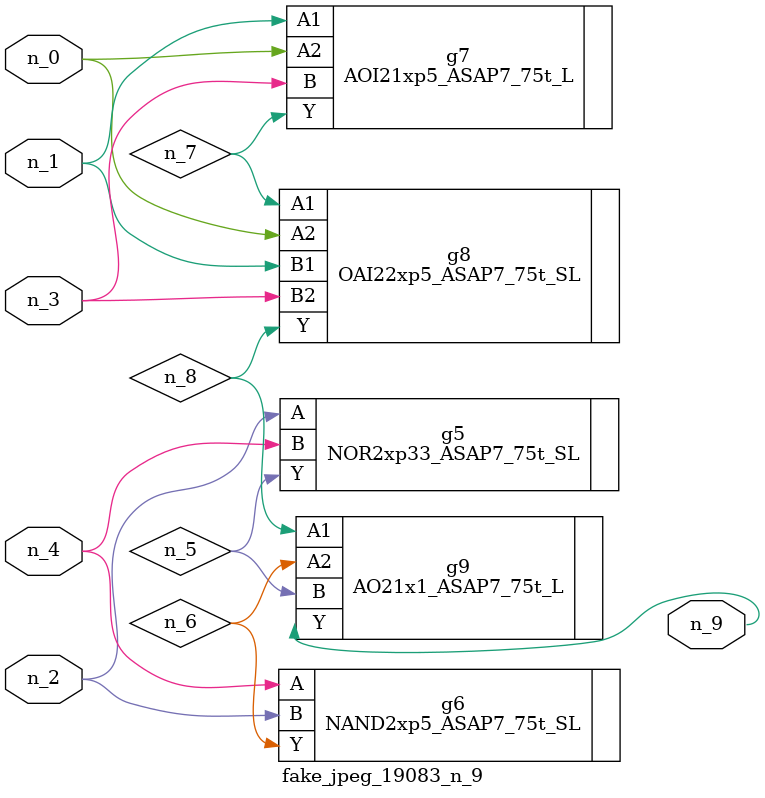
<source format=v>
module fake_jpeg_19083_n_9 (n_3, n_2, n_1, n_0, n_4, n_9);

input n_3;
input n_2;
input n_1;
input n_0;
input n_4;

output n_9;

wire n_8;
wire n_6;
wire n_5;
wire n_7;

NOR2xp33_ASAP7_75t_SL g5 ( 
.A(n_2),
.B(n_4),
.Y(n_5)
);

NAND2xp5_ASAP7_75t_SL g6 ( 
.A(n_4),
.B(n_2),
.Y(n_6)
);

AOI21xp5_ASAP7_75t_L g7 ( 
.A1(n_1),
.A2(n_0),
.B(n_3),
.Y(n_7)
);

OAI22xp5_ASAP7_75t_SL g8 ( 
.A1(n_7),
.A2(n_0),
.B1(n_1),
.B2(n_3),
.Y(n_8)
);

AO21x1_ASAP7_75t_L g9 ( 
.A1(n_8),
.A2(n_6),
.B(n_5),
.Y(n_9)
);


endmodule
</source>
